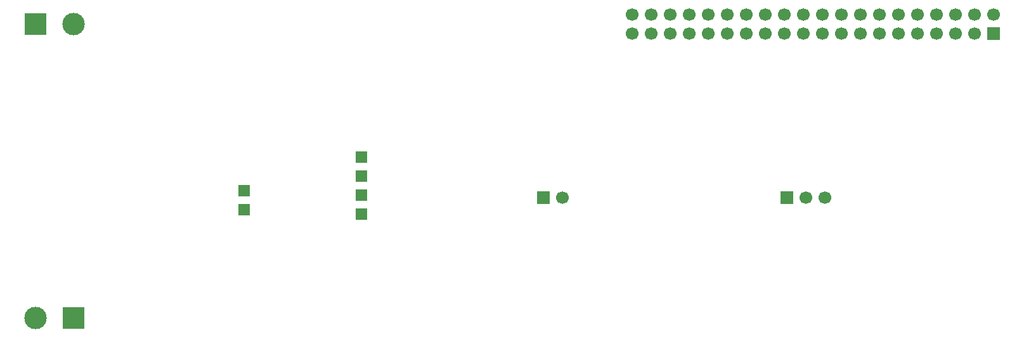
<source format=gbr>
%TF.GenerationSoftware,KiCad,Pcbnew,9.0.2*%
%TF.CreationDate,2025-06-30T21:03:27+02:00*%
%TF.ProjectId,evac,65766163-2e6b-4696-9361-645f70636258,rev?*%
%TF.SameCoordinates,Original*%
%TF.FileFunction,Soldermask,Bot*%
%TF.FilePolarity,Negative*%
%FSLAX46Y46*%
G04 Gerber Fmt 4.6, Leading zero omitted, Abs format (unit mm)*
G04 Created by KiCad (PCBNEW 9.0.2) date 2025-06-30 21:03:27*
%MOMM*%
%LPD*%
G01*
G04 APERTURE LIST*
%ADD10R,3.000000X3.000000*%
%ADD11C,3.000000*%
%ADD12R,1.700000X1.700000*%
%ADD13C,1.700000*%
%ADD14R,1.500000X1.500000*%
G04 APERTURE END LIST*
D10*
%TO.C,J7*%
X91915000Y-121825000D03*
D11*
X86835000Y-121825000D03*
%TD*%
D12*
%TO.C,J4*%
X187110000Y-105750000D03*
D13*
X189650000Y-105750000D03*
X192190000Y-105750000D03*
%TD*%
D12*
%TO.C,J3*%
X214725000Y-83825000D03*
D13*
X214725000Y-81285000D03*
X212185000Y-83825000D03*
X212185000Y-81285000D03*
X209645000Y-83825000D03*
X209645000Y-81285000D03*
X207105000Y-83825000D03*
X207105000Y-81285000D03*
X204565000Y-83825000D03*
X204565000Y-81285000D03*
X202025000Y-83825000D03*
X202025000Y-81285000D03*
X199485000Y-83825000D03*
X199485000Y-81285000D03*
X196945000Y-83825000D03*
X196945000Y-81285000D03*
X194405000Y-83825000D03*
X194405000Y-81285000D03*
X191865000Y-83825000D03*
X191865000Y-81285000D03*
X189325000Y-83825000D03*
X189325000Y-81285000D03*
X186785000Y-83825000D03*
X186785000Y-81285000D03*
X184245000Y-83825000D03*
X184245000Y-81285000D03*
X181705000Y-83825000D03*
X181705000Y-81285000D03*
X179165000Y-83825000D03*
X179165000Y-81285000D03*
X176625000Y-83825000D03*
X176625000Y-81285000D03*
X174085000Y-83825000D03*
X174085000Y-81285000D03*
X171545000Y-83825000D03*
X171545000Y-81285000D03*
X169005000Y-83825000D03*
X169005000Y-81285000D03*
X166465000Y-83825000D03*
X166465000Y-81285000D03*
%TD*%
D14*
%TO.C,KR1*%
X130350000Y-100350000D03*
X130350000Y-102890000D03*
X130350000Y-105430000D03*
X130350000Y-107970000D03*
X114650000Y-104850000D03*
X114650000Y-107390000D03*
%TD*%
D12*
%TO.C,J2*%
X154625000Y-105800000D03*
D13*
X157165000Y-105800000D03*
%TD*%
D10*
%TO.C,J1*%
X86820000Y-82600000D03*
D11*
X91900000Y-82600000D03*
%TD*%
M02*

</source>
